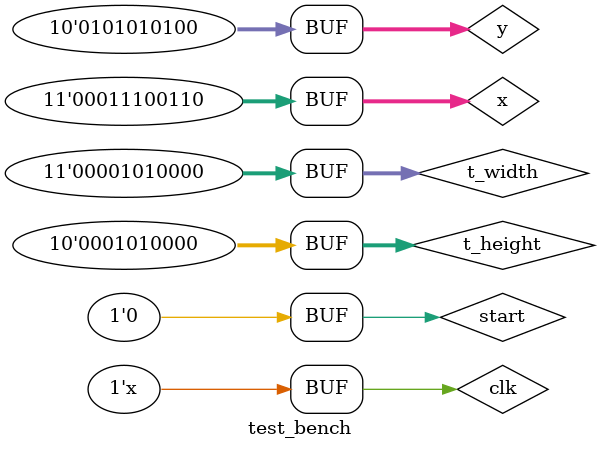
<source format=v>
`timescale 1ns / 1ps


module test_bench;

	// Inputs
	reg clk, start;
	reg [9:0] t_height;
	reg [10:0] t_width;
	reg [10:0] x;
	reg [9:0] y;

	// Outputs
	wire [12:0] cv_x;
	wire [12:0] cv_y;

	// Instantiate the Unit Under Test (UUT)
	transform uut (
		.clk(clk), .start(start),
		.t_height(t_height), 
		.t_width(t_width), 
		.x(x), 
		.y(y), 
		.cv_x(cv_x), 
		.cv_y(cv_y)
	);
   always #5 clk = clk;
	initial begin
		// Initialize Inputs
		clk = 0;
		t_height = 0;
		t_width = 0;
		x = 0;
		y = 0;
		start = 0;

		// Wait 100 ns for global reset to finish
		
		#100;
      t_height = 80;
		t_width = 80;
		x = 230;
		y = 340;
		start = 1;
		#12;
		start = 0;
		
		// Add stimulus here

	end
      
endmodule


</source>
